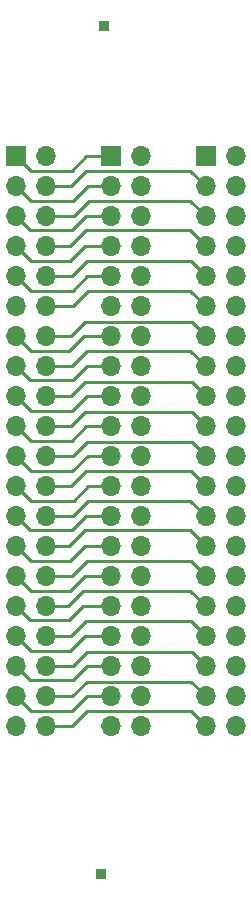
<source format=gbr>
%TF.GenerationSoftware,KiCad,Pcbnew,8.0.4*%
%TF.CreationDate,2024-11-26T14:31:27+01:00*%
%TF.ProjectId,6502 Pod 2x40 Pin Cable Adapter,36353032-2050-46f6-9420-327834302050,rev?*%
%TF.SameCoordinates,Original*%
%TF.FileFunction,Copper,L1,Top*%
%TF.FilePolarity,Positive*%
%FSLAX46Y46*%
G04 Gerber Fmt 4.6, Leading zero omitted, Abs format (unit mm)*
G04 Created by KiCad (PCBNEW 8.0.4) date 2024-11-26 14:31:27*
%MOMM*%
%LPD*%
G01*
G04 APERTURE LIST*
%TA.AperFunction,ComponentPad*%
%ADD10R,1.700000X1.700000*%
%TD*%
%TA.AperFunction,ComponentPad*%
%ADD11O,1.700000X1.700000*%
%TD*%
%TA.AperFunction,ComponentPad*%
%ADD12R,0.850000X0.850000*%
%TD*%
%TA.AperFunction,Conductor*%
%ADD13C,0.250000*%
%TD*%
G04 APERTURE END LIST*
D10*
%TO.P,J2,1,Pin_1*%
%TO.N,~{URESET}*%
X79350000Y-71500000D03*
D11*
%TO.P,J2,2,Pin_2*%
%TO.N,GND*%
X81890000Y-71500000D03*
%TO.P,J2,3,Pin_3*%
%TO.N,UTSC*%
X79350000Y-74040000D03*
%TO.P,J2,4,Pin_4*%
%TO.N,GND*%
X81890000Y-74040000D03*
%TO.P,J2,5,Pin_5*%
%TO.N,USO*%
X79350000Y-76580000D03*
%TO.P,J2,6,Pin_6*%
%TO.N,GND*%
X81890000Y-76580000D03*
%TO.P,J2,7,Pin_7*%
%TO.N,CK2*%
X79350000Y-79120000D03*
%TO.P,J2,8,Pin_8*%
%TO.N,GND*%
X81890000Y-79120000D03*
%TO.P,J2,9,Pin_9*%
%TO.N,UDBE*%
X79350000Y-81660000D03*
%TO.P,J2,10,Pin_10*%
%TO.N,GND*%
X81890000Y-81660000D03*
%TO.P,J2,11,Pin_11*%
%TO.N,unconnected-(J2-Pin_11-Pad11)*%
X79350000Y-84200000D03*
%TO.P,J2,12,Pin_12*%
%TO.N,GND*%
X81890000Y-84200000D03*
%TO.P,J2,13,Pin_13*%
%TO.N,UR{slash}~{W}*%
X79350000Y-86740000D03*
%TO.P,J2,14,Pin_14*%
%TO.N,GND*%
X81890000Y-86740000D03*
%TO.P,J2,15,Pin_15*%
%TO.N,UD0*%
X79350000Y-89280000D03*
%TO.P,J2,16,Pin_16*%
%TO.N,GND*%
X81890000Y-89280000D03*
%TO.P,J2,17,Pin_17*%
%TO.N,UD1*%
X79350000Y-91820000D03*
%TO.P,J2,18,Pin_18*%
%TO.N,GND*%
X81890000Y-91820000D03*
%TO.P,J2,19,Pin_19*%
%TO.N,UD2*%
X79350000Y-94360000D03*
%TO.P,J2,20,Pin_20*%
%TO.N,GND*%
X81890000Y-94360000D03*
%TO.P,J2,21,Pin_21*%
%TO.N,UD3*%
X79350000Y-96900000D03*
%TO.P,J2,22,Pin_22*%
%TO.N,GND*%
X81890000Y-96900000D03*
%TO.P,J2,23,Pin_23*%
%TO.N,UD4*%
X79350000Y-99440000D03*
%TO.P,J2,24,Pin_24*%
%TO.N,GND*%
X81890000Y-99440000D03*
%TO.P,J2,25,Pin_25*%
%TO.N,UD5*%
X79350000Y-101980000D03*
%TO.P,J2,26,Pin_26*%
%TO.N,GND*%
X81890000Y-101980000D03*
%TO.P,J2,27,Pin_27*%
%TO.N,UD6*%
X79350000Y-104520000D03*
%TO.P,J2,28,Pin_28*%
%TO.N,GND*%
X81890000Y-104520000D03*
%TO.P,J2,29,Pin_29*%
%TO.N,UD7*%
X79350000Y-107060000D03*
%TO.P,J2,30,Pin_30*%
%TO.N,GND*%
X81890000Y-107060000D03*
%TO.P,J2,31,Pin_31*%
%TO.N,UA15*%
X79350000Y-109600000D03*
%TO.P,J2,32,Pin_32*%
%TO.N,GND*%
X81890000Y-109600000D03*
%TO.P,J2,33,Pin_33*%
%TO.N,UA14*%
X79350000Y-112140000D03*
%TO.P,J2,34,Pin_34*%
%TO.N,GND*%
X81890000Y-112140000D03*
%TO.P,J2,35,Pin_35*%
%TO.N,UA13*%
X79350000Y-114680000D03*
%TO.P,J2,36,Pin_36*%
%TO.N,GND*%
X81890000Y-114680000D03*
%TO.P,J2,37,Pin_37*%
%TO.N,UA12*%
X79350000Y-117220000D03*
%TO.P,J2,38,Pin_38*%
%TO.N,GND*%
X81890000Y-117220000D03*
%TO.P,J2,39,Pin_39*%
X79350000Y-119760000D03*
%TO.P,J2,40,Pin_40*%
X81890000Y-119760000D03*
%TD*%
D12*
%TO.P,TP1,1,1*%
%TO.N,GND*%
X78750000Y-60500000D03*
%TD*%
D10*
%TO.P,J1,1,~{URESET}*%
%TO.N,~{URESET}*%
X71300000Y-71500000D03*
D11*
%TO.P,J1,2,UVSS*%
%TO.N,GND*%
X73840000Y-71500000D03*
%TO.P,J1,3,UTSC(UCK2out)*%
%TO.N,UTSC*%
X71300000Y-74040000D03*
%TO.P,J1,4,~{UHALT}(URDY)*%
%TO.N,~{UHALT}*%
X73840000Y-74040000D03*
%TO.P,J1,5,USO*%
%TO.N,USO*%
X71300000Y-76580000D03*
%TO.P,J1,6,CK1(MR)*%
%TO.N,CK1*%
X73840000Y-76580000D03*
%TO.P,J1,7,CK2(CK0in)*%
%TO.N,CK2*%
X71300000Y-79120000D03*
%TO.P,J1,8,~{UIRQ}*%
%TO.N,~{UIRQ}*%
X73840000Y-79120000D03*
%TO.P,J1,9,UDBE*%
%TO.N,UDBE*%
X71300000Y-81660000D03*
%TO.P,J1,10,UVMA*%
%TO.N,UVMA*%
X73840000Y-81660000D03*
%TO.P,J1,11,nc*%
%TO.N,unconnected-(J1-nc-Pad11)*%
X71300000Y-84200000D03*
%TO.P,J1,12,~{UNMI}*%
%TO.N,~{UNMI}*%
X73840000Y-84200000D03*
%TO.P,J1,13,UR/~{W}*%
%TO.N,UR{slash}~{W}*%
X71300000Y-86740000D03*
%TO.P,J1,14,UBA(SYNC)*%
%TO.N,UBA(SYNC)*%
X73840000Y-86740000D03*
%TO.P,J1,15,UD0*%
%TO.N,UD0*%
X71300000Y-89280000D03*
%TO.P,J1,16,U+5V*%
%TO.N,U+5V*%
X73840000Y-89280000D03*
%TO.P,J1,17,UD1*%
%TO.N,UD1*%
X71300000Y-91820000D03*
%TO.P,J1,18,UA0*%
%TO.N,UA0*%
X73840000Y-91820000D03*
%TO.P,J1,19,UD2*%
%TO.N,UD2*%
X71300000Y-94360000D03*
%TO.P,J1,20,UA1*%
%TO.N,UA1*%
X73840000Y-94360000D03*
%TO.P,J1,21,UD3*%
%TO.N,UD3*%
X71300000Y-96900000D03*
%TO.P,J1,22,UA2*%
%TO.N,UA2*%
X73840000Y-96900000D03*
%TO.P,J1,23,UD4*%
%TO.N,UD4*%
X71300000Y-99440000D03*
%TO.P,J1,24,UA3*%
%TO.N,UA3*%
X73840000Y-99440000D03*
%TO.P,J1,25,UD5*%
%TO.N,UD5*%
X71300000Y-101980000D03*
%TO.P,J1,26,UA4*%
%TO.N,UA4*%
X73840000Y-101980000D03*
%TO.P,J1,27,UD6*%
%TO.N,UD6*%
X71300000Y-104520000D03*
%TO.P,J1,28,UA5*%
%TO.N,UA5*%
X73840000Y-104520000D03*
%TO.P,J1,29,UD7*%
%TO.N,UD7*%
X71300000Y-107060000D03*
%TO.P,J1,30,UA6*%
%TO.N,UA6*%
X73840000Y-107060000D03*
%TO.P,J1,31,UA15*%
%TO.N,UA15*%
X71300000Y-109600000D03*
%TO.P,J1,32,UA7*%
%TO.N,UA7*%
X73840000Y-109600000D03*
%TO.P,J1,33,UA14*%
%TO.N,UA14*%
X71300000Y-112140000D03*
%TO.P,J1,34,UA8*%
%TO.N,UA8*%
X73840000Y-112140000D03*
%TO.P,J1,35,UA13*%
%TO.N,UA13*%
X71300000Y-114680000D03*
%TO.P,J1,36,UA9*%
%TO.N,UA9*%
X73840000Y-114680000D03*
%TO.P,J1,37,UA12*%
%TO.N,UA12*%
X71300000Y-117220000D03*
%TO.P,J1,38,UA10*%
%TO.N,UA10*%
X73840000Y-117220000D03*
%TO.P,J1,39,UVSS*%
%TO.N,GND*%
X71300000Y-119760000D03*
%TO.P,J1,40,UA11*%
%TO.N,UA11*%
X73840000Y-119760000D03*
%TD*%
D12*
%TO.P,TP2,1,1*%
%TO.N,GND*%
X78500000Y-132250000D03*
%TD*%
D10*
%TO.P,J3,1,Pin_1*%
%TO.N,GND*%
X87350000Y-71500000D03*
D11*
%TO.P,J3,2,Pin_2*%
X89890000Y-71500000D03*
%TO.P,J3,3,Pin_3*%
%TO.N,~{UHALT}*%
X87350000Y-74040000D03*
%TO.P,J3,4,Pin_4*%
%TO.N,GND*%
X89890000Y-74040000D03*
%TO.P,J3,5,Pin_5*%
%TO.N,CK1*%
X87350000Y-76580000D03*
%TO.P,J3,6,Pin_6*%
%TO.N,GND*%
X89890000Y-76580000D03*
%TO.P,J3,7,Pin_7*%
%TO.N,~{UIRQ}*%
X87350000Y-79120000D03*
%TO.P,J3,8,Pin_8*%
%TO.N,GND*%
X89890000Y-79120000D03*
%TO.P,J3,9,Pin_9*%
%TO.N,UVMA*%
X87350000Y-81660000D03*
%TO.P,J3,10,Pin_10*%
%TO.N,GND*%
X89890000Y-81660000D03*
%TO.P,J3,11,Pin_11*%
%TO.N,~{UNMI}*%
X87350000Y-84200000D03*
%TO.P,J3,12,Pin_12*%
%TO.N,GND*%
X89890000Y-84200000D03*
%TO.P,J3,13,Pin_13*%
%TO.N,UBA(SYNC)*%
X87350000Y-86740000D03*
%TO.P,J3,14,Pin_14*%
%TO.N,GND*%
X89890000Y-86740000D03*
%TO.P,J3,15,Pin_15*%
%TO.N,U+5V*%
X87350000Y-89280000D03*
%TO.P,J3,16,Pin_16*%
%TO.N,GND*%
X89890000Y-89280000D03*
%TO.P,J3,17,Pin_17*%
%TO.N,UA0*%
X87350000Y-91820000D03*
%TO.P,J3,18,Pin_18*%
%TO.N,GND*%
X89890000Y-91820000D03*
%TO.P,J3,19,Pin_19*%
%TO.N,UA1*%
X87350000Y-94360000D03*
%TO.P,J3,20,Pin_20*%
%TO.N,GND*%
X89890000Y-94360000D03*
%TO.P,J3,21,Pin_21*%
%TO.N,UA2*%
X87350000Y-96900000D03*
%TO.P,J3,22,Pin_22*%
%TO.N,GND*%
X89890000Y-96900000D03*
%TO.P,J3,23,Pin_23*%
%TO.N,UA3*%
X87350000Y-99440000D03*
%TO.P,J3,24,Pin_24*%
%TO.N,GND*%
X89890000Y-99440000D03*
%TO.P,J3,25,Pin_25*%
%TO.N,UA4*%
X87350000Y-101980000D03*
%TO.P,J3,26,Pin_26*%
%TO.N,GND*%
X89890000Y-101980000D03*
%TO.P,J3,27,Pin_27*%
%TO.N,UA5*%
X87350000Y-104520000D03*
%TO.P,J3,28,Pin_28*%
%TO.N,GND*%
X89890000Y-104520000D03*
%TO.P,J3,29,Pin_29*%
%TO.N,UA6*%
X87350000Y-107060000D03*
%TO.P,J3,30,Pin_30*%
%TO.N,GND*%
X89890000Y-107060000D03*
%TO.P,J3,31,Pin_31*%
%TO.N,UA7*%
X87350000Y-109600000D03*
%TO.P,J3,32,Pin_32*%
%TO.N,GND*%
X89890000Y-109600000D03*
%TO.P,J3,33,Pin_33*%
%TO.N,UA8*%
X87350000Y-112140000D03*
%TO.P,J3,34,Pin_34*%
%TO.N,GND*%
X89890000Y-112140000D03*
%TO.P,J3,35,Pin_35*%
%TO.N,UA9*%
X87350000Y-114680000D03*
%TO.P,J3,36,Pin_36*%
%TO.N,GND*%
X89890000Y-114680000D03*
%TO.P,J3,37,Pin_37*%
%TO.N,UA10*%
X87350000Y-117220000D03*
%TO.P,J3,38,Pin_38*%
%TO.N,GND*%
X89890000Y-117220000D03*
%TO.P,J3,39,Pin_39*%
%TO.N,UA11*%
X87350000Y-119760000D03*
%TO.P,J3,40,Pin_40*%
%TO.N,GND*%
X89890000Y-119760000D03*
%TD*%
D13*
%TO.N,UA10*%
X76080000Y-117220000D02*
X77300000Y-116000000D01*
X77300000Y-116000000D02*
X86130000Y-116000000D01*
X86130000Y-116000000D02*
X87350000Y-117220000D01*
X73840000Y-117220000D02*
X76080000Y-117220000D01*
%TO.N,UA11*%
X76040000Y-119760000D02*
X77300000Y-118500000D01*
X73840000Y-119760000D02*
X76040000Y-119760000D01*
X77300000Y-118500000D02*
X86090000Y-118500000D01*
X86090000Y-118500000D02*
X87350000Y-119760000D01*
%TO.N,UA9*%
X77295000Y-113505000D02*
X86175000Y-113505000D01*
X73840000Y-114680000D02*
X76120000Y-114680000D01*
X76120000Y-114680000D02*
X77295000Y-113505000D01*
X86175000Y-113505000D02*
X87350000Y-114680000D01*
%TO.N,UA12*%
X71300000Y-117220000D02*
X72580000Y-118500000D01*
X77280000Y-117220000D02*
X79350000Y-117220000D01*
X72580000Y-118500000D02*
X76000000Y-118500000D01*
X76000000Y-118500000D02*
X77280000Y-117220000D01*
%TO.N,UA8*%
X73840000Y-112140000D02*
X75960000Y-112140000D01*
X77200000Y-110900000D02*
X86110000Y-110900000D01*
X86110000Y-110900000D02*
X87350000Y-112140000D01*
X75960000Y-112140000D02*
X77200000Y-110900000D01*
%TO.N,UA13*%
X72520000Y-115900000D02*
X76100000Y-115900000D01*
X71300000Y-114680000D02*
X72520000Y-115900000D01*
X76100000Y-115900000D02*
X77320000Y-114680000D01*
X77320000Y-114680000D02*
X79350000Y-114680000D01*
%TO.N,UA7*%
X77000000Y-108300000D02*
X86050000Y-108300000D01*
X75700000Y-109600000D02*
X77000000Y-108300000D01*
X86050000Y-108300000D02*
X87350000Y-109600000D01*
X73840000Y-109600000D02*
X75700000Y-109600000D01*
%TO.N,UA14*%
X71300000Y-112140000D02*
X72560000Y-113400000D01*
X75900000Y-113400000D02*
X77160000Y-112140000D01*
X77160000Y-112140000D02*
X79350000Y-112140000D01*
X72560000Y-113400000D02*
X75900000Y-113400000D01*
%TO.N,UA6*%
X86090000Y-105800000D02*
X87350000Y-107060000D01*
X76040000Y-107060000D02*
X77300000Y-105800000D01*
X77300000Y-105800000D02*
X86090000Y-105800000D01*
X73840000Y-107060000D02*
X76040000Y-107060000D01*
%TO.N,UA15*%
X71300000Y-109600000D02*
X72500000Y-110800000D01*
X72500000Y-110800000D02*
X75800000Y-110800000D01*
X75800000Y-110800000D02*
X77000000Y-109600000D01*
X77000000Y-109600000D02*
X79350000Y-109600000D01*
%TO.N,UA5*%
X77100000Y-103200000D02*
X86030000Y-103200000D01*
X75780000Y-104520000D02*
X77100000Y-103200000D01*
X86030000Y-103200000D02*
X87350000Y-104520000D01*
X73840000Y-104520000D02*
X75780000Y-104520000D01*
%TO.N,UBA(SYNC)*%
X73840000Y-86740000D02*
X75960000Y-86740000D01*
X75960000Y-86740000D02*
X77135000Y-85565000D01*
X86175000Y-85565000D02*
X87350000Y-86740000D01*
X77135000Y-85565000D02*
X86175000Y-85565000D01*
%TO.N,UA4*%
X77400000Y-100700000D02*
X86070000Y-100700000D01*
X73840000Y-101980000D02*
X76120000Y-101980000D01*
X76120000Y-101980000D02*
X77400000Y-100700000D01*
X86070000Y-100700000D02*
X87350000Y-101980000D01*
%TO.N,UD4*%
X71300000Y-99440000D02*
X72540000Y-100680000D01*
X72540000Y-100680000D02*
X76180000Y-100680000D01*
X76180000Y-100680000D02*
X77420000Y-99440000D01*
X77420000Y-99440000D02*
X79350000Y-99440000D01*
%TO.N,UA3*%
X77200000Y-98200000D02*
X86110000Y-98200000D01*
X75960000Y-99440000D02*
X77200000Y-98200000D01*
X86110000Y-98200000D02*
X87350000Y-99440000D01*
X73840000Y-99440000D02*
X75960000Y-99440000D01*
%TO.N,UD3*%
X76075000Y-98200000D02*
X77375000Y-96900000D01*
X72600000Y-98200000D02*
X76075000Y-98200000D01*
X77375000Y-96900000D02*
X79350000Y-96900000D01*
X71300000Y-96900000D02*
X72600000Y-98200000D01*
%TO.N,UA2*%
X77275000Y-95725000D02*
X86175000Y-95725000D01*
X86175000Y-95725000D02*
X87350000Y-96900000D01*
X73840000Y-96900000D02*
X76100000Y-96900000D01*
X76100000Y-96900000D02*
X77275000Y-95725000D01*
%TO.N,UD5*%
X71300000Y-101980000D02*
X72520000Y-103200000D01*
X77220000Y-101980000D02*
X79350000Y-101980000D01*
X76000000Y-103200000D02*
X77220000Y-101980000D01*
X72520000Y-103200000D02*
X76000000Y-103200000D01*
%TO.N,UA1*%
X86175000Y-93185000D02*
X87350000Y-94360000D01*
X75940000Y-94360000D02*
X77115000Y-93185000D01*
X77115000Y-93185000D02*
X86175000Y-93185000D01*
X73840000Y-94360000D02*
X75940000Y-94360000D01*
%TO.N,UD6*%
X77180000Y-104520000D02*
X79350000Y-104520000D01*
X71300000Y-104520000D02*
X72580000Y-105800000D01*
X75900000Y-105800000D02*
X77180000Y-104520000D01*
X72580000Y-105800000D02*
X75900000Y-105800000D01*
%TO.N,UA0*%
X77155000Y-90645000D02*
X86175000Y-90645000D01*
X75980000Y-91820000D02*
X77155000Y-90645000D01*
X86175000Y-90645000D02*
X87350000Y-91820000D01*
X73840000Y-91820000D02*
X75980000Y-91820000D01*
%TO.N,U+5V*%
X86070000Y-88000000D02*
X87350000Y-89280000D01*
X76020000Y-89280000D02*
X77300000Y-88000000D01*
X77300000Y-88000000D02*
X86070000Y-88000000D01*
X73840000Y-89280000D02*
X76020000Y-89280000D01*
%TO.N,UD2*%
X71300000Y-94360000D02*
X72540000Y-95600000D01*
X76000000Y-95600000D02*
X77240000Y-94360000D01*
X77240000Y-94360000D02*
X79350000Y-94360000D01*
X72540000Y-95600000D02*
X76000000Y-95600000D01*
%TO.N,CK1*%
X77459150Y-75300000D02*
X86070000Y-75300000D01*
X86070000Y-75300000D02*
X87350000Y-76580000D01*
X76179150Y-76580000D02*
X77459150Y-75300000D01*
X73840000Y-76580000D02*
X76179150Y-76580000D01*
%TO.N,UD7*%
X71300000Y-107060000D02*
X72540000Y-108300000D01*
X72540000Y-108300000D02*
X75900000Y-108300000D01*
X75900000Y-108300000D02*
X77140000Y-107060000D01*
X77140000Y-107060000D02*
X79350000Y-107060000D01*
%TO.N,USO*%
X71300000Y-76580000D02*
X72520000Y-77800000D01*
X76000000Y-77800000D02*
X77220000Y-76580000D01*
X77220000Y-76580000D02*
X79350000Y-76580000D01*
X72520000Y-77800000D02*
X76000000Y-77800000D01*
%TO.N,UD0*%
X71300000Y-89280000D02*
X72520000Y-90500000D01*
X77320000Y-89280000D02*
X79350000Y-89280000D01*
X72520000Y-90500000D02*
X76100000Y-90500000D01*
X76100000Y-90500000D02*
X77320000Y-89280000D01*
%TO.N,~{URESET}*%
X71300000Y-71500000D02*
X72550000Y-72750000D01*
X76000000Y-72750000D02*
X77250000Y-71500000D01*
X77250000Y-71500000D02*
X79350000Y-71500000D01*
X72550000Y-72750000D02*
X76000000Y-72750000D01*
%TO.N,UD1*%
X71300000Y-91820000D02*
X72580000Y-93100000D01*
X72580000Y-93100000D02*
X76000000Y-93100000D01*
X77280000Y-91820000D02*
X79350000Y-91820000D01*
X76000000Y-93100000D02*
X77280000Y-91820000D01*
%TO.N,UTSC*%
X77405000Y-74040000D02*
X79350000Y-74040000D01*
X71300000Y-74040000D02*
X72560000Y-75300000D01*
X76145000Y-75300000D02*
X77405000Y-74040000D01*
X72560000Y-75300000D02*
X76145000Y-75300000D01*
%TO.N,UR{slash}~{W}*%
X77060000Y-86740000D02*
X79350000Y-86740000D01*
X72560000Y-88000000D02*
X75800000Y-88000000D01*
X71300000Y-86740000D02*
X72560000Y-88000000D01*
X75800000Y-88000000D02*
X77060000Y-86740000D01*
%TO.N,~{UNMI}*%
X76100000Y-84200000D02*
X77400000Y-82900000D01*
X73840000Y-84200000D02*
X76100000Y-84200000D01*
X77400000Y-82900000D02*
X86050000Y-82900000D01*
X86050000Y-82900000D02*
X87350000Y-84200000D01*
%TO.N,~{UIRQ}*%
X77200000Y-77800000D02*
X86030000Y-77800000D01*
X75880000Y-79120000D02*
X77200000Y-77800000D01*
X73840000Y-79120000D02*
X75880000Y-79120000D01*
X86030000Y-77800000D02*
X87350000Y-79120000D01*
%TO.N,~{UHALT}*%
X77250000Y-72750000D02*
X86060000Y-72750000D01*
X75960000Y-74040000D02*
X77250000Y-72750000D01*
X86060000Y-72750000D02*
X87350000Y-74040000D01*
X73840000Y-74040000D02*
X75960000Y-74040000D01*
%TO.N,UVMA*%
X76040000Y-81660000D02*
X77300000Y-80400000D01*
X73840000Y-81660000D02*
X76040000Y-81660000D01*
X77300000Y-80400000D02*
X86090000Y-80400000D01*
X86090000Y-80400000D02*
X87350000Y-81660000D01*
%TO.N,UDBE*%
X72540000Y-82900000D02*
X76105000Y-82900000D01*
X76105000Y-82900000D02*
X77345000Y-81660000D01*
X77345000Y-81660000D02*
X79350000Y-81660000D01*
X71300000Y-81660000D02*
X72540000Y-82900000D01*
%TO.N,CK2*%
X77180000Y-79120000D02*
X79350000Y-79120000D01*
X71300000Y-79120000D02*
X72580000Y-80400000D01*
X72580000Y-80400000D02*
X75900000Y-80400000D01*
X75900000Y-80400000D02*
X77180000Y-79120000D01*
%TD*%
M02*

</source>
